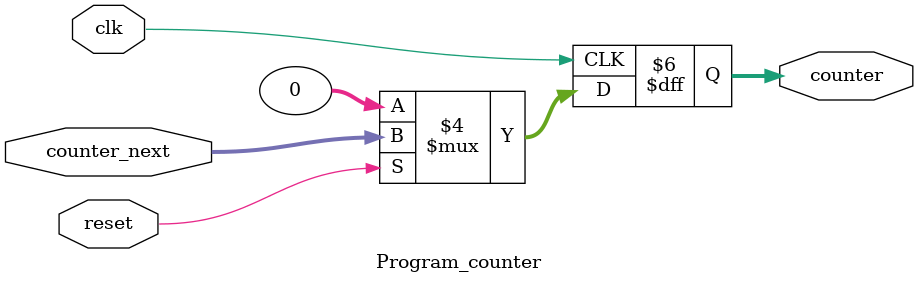
<source format=v>
module Program_counter(clk, reset, counter, counter_next);

    input clk, reset;
    input[31:0] counter_next; 
    output [31:0] counter; 
    reg [31:0] counter;


    always @(posedge clk) begin
        if (reset == 1'b0)begin
            counter <= {32{1'b0}};
        end
        else begin 
            counter <= counter_next;
        end  
    end

endmodule
</source>
